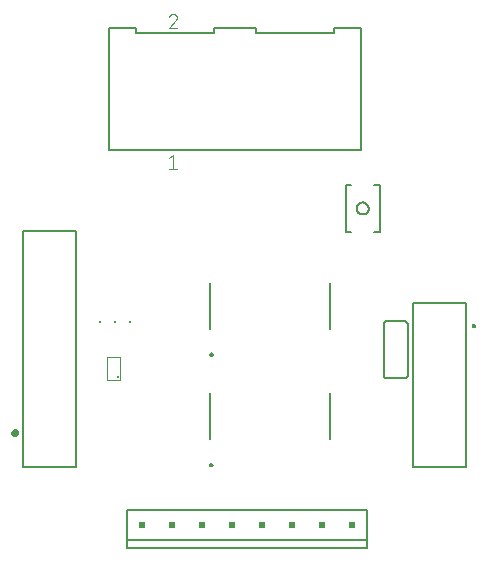
<source format=gto>
G04 EAGLE Gerber RS-274X export*
G75*
%MOMM*%
%FSLAX34Y34*%
%LPD*%
%INSilkscreen Top*%
%IPPOS*%
%AMOC8*
5,1,8,0,0,1.08239X$1,22.5*%
G01*
%ADD10C,0.200000*%
%ADD11C,0.127000*%
%ADD12C,0.300000*%
%ADD13C,0.101600*%
%ADD14C,0.152400*%
%ADD15R,0.508000X0.508000*%
%ADD16C,0.206000*%
%ADD17R,0.250000X0.250000*%


D10*
X169250Y70950D02*
X169252Y71013D01*
X169258Y71075D01*
X169268Y71137D01*
X169281Y71199D01*
X169299Y71259D01*
X169320Y71318D01*
X169345Y71376D01*
X169374Y71432D01*
X169406Y71486D01*
X169441Y71538D01*
X169479Y71587D01*
X169521Y71635D01*
X169565Y71679D01*
X169613Y71721D01*
X169662Y71759D01*
X169714Y71794D01*
X169768Y71826D01*
X169824Y71855D01*
X169882Y71880D01*
X169941Y71901D01*
X170001Y71919D01*
X170063Y71932D01*
X170125Y71942D01*
X170187Y71948D01*
X170250Y71950D01*
X170313Y71948D01*
X170375Y71942D01*
X170437Y71932D01*
X170499Y71919D01*
X170559Y71901D01*
X170618Y71880D01*
X170676Y71855D01*
X170732Y71826D01*
X170786Y71794D01*
X170838Y71759D01*
X170887Y71721D01*
X170935Y71679D01*
X170979Y71635D01*
X171021Y71587D01*
X171059Y71538D01*
X171094Y71486D01*
X171126Y71432D01*
X171155Y71376D01*
X171180Y71318D01*
X171201Y71259D01*
X171219Y71199D01*
X171232Y71137D01*
X171242Y71075D01*
X171248Y71013D01*
X171250Y70950D01*
X171248Y70887D01*
X171242Y70825D01*
X171232Y70763D01*
X171219Y70701D01*
X171201Y70641D01*
X171180Y70582D01*
X171155Y70524D01*
X171126Y70468D01*
X171094Y70414D01*
X171059Y70362D01*
X171021Y70313D01*
X170979Y70265D01*
X170935Y70221D01*
X170887Y70179D01*
X170838Y70141D01*
X170786Y70106D01*
X170732Y70074D01*
X170676Y70045D01*
X170618Y70020D01*
X170559Y69999D01*
X170499Y69981D01*
X170437Y69968D01*
X170375Y69958D01*
X170313Y69952D01*
X170250Y69950D01*
X170187Y69952D01*
X170125Y69958D01*
X170063Y69968D01*
X170001Y69981D01*
X169941Y69999D01*
X169882Y70020D01*
X169824Y70045D01*
X169768Y70074D01*
X169714Y70106D01*
X169662Y70141D01*
X169613Y70179D01*
X169565Y70221D01*
X169521Y70265D01*
X169479Y70313D01*
X169441Y70362D01*
X169406Y70414D01*
X169374Y70468D01*
X169345Y70524D01*
X169320Y70582D01*
X169299Y70641D01*
X169281Y70701D01*
X169268Y70763D01*
X169258Y70825D01*
X169252Y70887D01*
X169250Y70950D01*
D11*
X169050Y92900D02*
X169050Y131900D01*
X270350Y131900D02*
X270350Y92900D01*
D10*
X169190Y164492D02*
X169192Y164555D01*
X169198Y164617D01*
X169208Y164679D01*
X169221Y164741D01*
X169239Y164801D01*
X169260Y164860D01*
X169285Y164918D01*
X169314Y164974D01*
X169346Y165028D01*
X169381Y165080D01*
X169419Y165129D01*
X169461Y165177D01*
X169505Y165221D01*
X169553Y165263D01*
X169602Y165301D01*
X169654Y165336D01*
X169708Y165368D01*
X169764Y165397D01*
X169822Y165422D01*
X169881Y165443D01*
X169941Y165461D01*
X170003Y165474D01*
X170065Y165484D01*
X170127Y165490D01*
X170190Y165492D01*
X170253Y165490D01*
X170315Y165484D01*
X170377Y165474D01*
X170439Y165461D01*
X170499Y165443D01*
X170558Y165422D01*
X170616Y165397D01*
X170672Y165368D01*
X170726Y165336D01*
X170778Y165301D01*
X170827Y165263D01*
X170875Y165221D01*
X170919Y165177D01*
X170961Y165129D01*
X170999Y165080D01*
X171034Y165028D01*
X171066Y164974D01*
X171095Y164918D01*
X171120Y164860D01*
X171141Y164801D01*
X171159Y164741D01*
X171172Y164679D01*
X171182Y164617D01*
X171188Y164555D01*
X171190Y164492D01*
X171188Y164429D01*
X171182Y164367D01*
X171172Y164305D01*
X171159Y164243D01*
X171141Y164183D01*
X171120Y164124D01*
X171095Y164066D01*
X171066Y164010D01*
X171034Y163956D01*
X170999Y163904D01*
X170961Y163855D01*
X170919Y163807D01*
X170875Y163763D01*
X170827Y163721D01*
X170778Y163683D01*
X170726Y163648D01*
X170672Y163616D01*
X170616Y163587D01*
X170558Y163562D01*
X170499Y163541D01*
X170439Y163523D01*
X170377Y163510D01*
X170315Y163500D01*
X170253Y163494D01*
X170190Y163492D01*
X170127Y163494D01*
X170065Y163500D01*
X170003Y163510D01*
X169941Y163523D01*
X169881Y163541D01*
X169822Y163562D01*
X169764Y163587D01*
X169708Y163616D01*
X169654Y163648D01*
X169602Y163683D01*
X169553Y163721D01*
X169505Y163763D01*
X169461Y163807D01*
X169419Y163855D01*
X169381Y163904D01*
X169346Y163956D01*
X169314Y164010D01*
X169285Y164066D01*
X169260Y164124D01*
X169239Y164183D01*
X169221Y164243D01*
X169208Y164305D01*
X169198Y164367D01*
X169192Y164429D01*
X169190Y164492D01*
D11*
X168990Y186442D02*
X168990Y225442D01*
X270290Y225442D02*
X270290Y186442D01*
X340500Y208500D02*
X340500Y69500D01*
X385500Y69500D01*
X385500Y208500D02*
X340500Y208500D01*
X385500Y208500D02*
X385500Y69500D01*
D10*
X391500Y189000D02*
X391502Y189063D01*
X391508Y189125D01*
X391518Y189187D01*
X391531Y189249D01*
X391549Y189309D01*
X391570Y189368D01*
X391595Y189426D01*
X391624Y189482D01*
X391656Y189536D01*
X391691Y189588D01*
X391729Y189637D01*
X391771Y189685D01*
X391815Y189729D01*
X391863Y189771D01*
X391912Y189809D01*
X391964Y189844D01*
X392018Y189876D01*
X392074Y189905D01*
X392132Y189930D01*
X392191Y189951D01*
X392251Y189969D01*
X392313Y189982D01*
X392375Y189992D01*
X392437Y189998D01*
X392500Y190000D01*
X392563Y189998D01*
X392625Y189992D01*
X392687Y189982D01*
X392749Y189969D01*
X392809Y189951D01*
X392868Y189930D01*
X392926Y189905D01*
X392982Y189876D01*
X393036Y189844D01*
X393088Y189809D01*
X393137Y189771D01*
X393185Y189729D01*
X393229Y189685D01*
X393271Y189637D01*
X393309Y189588D01*
X393344Y189536D01*
X393376Y189482D01*
X393405Y189426D01*
X393430Y189368D01*
X393451Y189309D01*
X393469Y189249D01*
X393482Y189187D01*
X393492Y189125D01*
X393498Y189063D01*
X393500Y189000D01*
X393498Y188937D01*
X393492Y188875D01*
X393482Y188813D01*
X393469Y188751D01*
X393451Y188691D01*
X393430Y188632D01*
X393405Y188574D01*
X393376Y188518D01*
X393344Y188464D01*
X393309Y188412D01*
X393271Y188363D01*
X393229Y188315D01*
X393185Y188271D01*
X393137Y188229D01*
X393088Y188191D01*
X393036Y188156D01*
X392982Y188124D01*
X392926Y188095D01*
X392868Y188070D01*
X392809Y188049D01*
X392749Y188031D01*
X392687Y188018D01*
X392625Y188008D01*
X392563Y188002D01*
X392500Y188000D01*
X392437Y188002D01*
X392375Y188008D01*
X392313Y188018D01*
X392251Y188031D01*
X392191Y188049D01*
X392132Y188070D01*
X392074Y188095D01*
X392018Y188124D01*
X391964Y188156D01*
X391912Y188191D01*
X391863Y188229D01*
X391815Y188271D01*
X391771Y188315D01*
X391729Y188363D01*
X391691Y188412D01*
X391656Y188464D01*
X391624Y188518D01*
X391595Y188574D01*
X391570Y188632D01*
X391549Y188691D01*
X391531Y188751D01*
X391518Y188813D01*
X391508Y188875D01*
X391502Y188937D01*
X391500Y189000D01*
D11*
X56000Y268750D02*
X56000Y69250D01*
X56000Y268750D02*
X11000Y268750D01*
X11000Y69250D02*
X56000Y69250D01*
X11000Y69250D02*
X11000Y268750D01*
D12*
X2586Y98000D02*
X2588Y98075D01*
X2594Y98149D01*
X2604Y98223D01*
X2617Y98296D01*
X2635Y98369D01*
X2656Y98440D01*
X2681Y98511D01*
X2710Y98580D01*
X2743Y98647D01*
X2779Y98712D01*
X2818Y98776D01*
X2860Y98837D01*
X2906Y98896D01*
X2955Y98953D01*
X3007Y99006D01*
X3061Y99057D01*
X3118Y99106D01*
X3178Y99150D01*
X3240Y99192D01*
X3304Y99231D01*
X3370Y99266D01*
X3437Y99297D01*
X3507Y99325D01*
X3577Y99349D01*
X3649Y99370D01*
X3722Y99386D01*
X3795Y99399D01*
X3870Y99408D01*
X3944Y99413D01*
X4019Y99414D01*
X4093Y99411D01*
X4168Y99404D01*
X4241Y99393D01*
X4315Y99379D01*
X4387Y99360D01*
X4458Y99338D01*
X4528Y99312D01*
X4597Y99282D01*
X4663Y99249D01*
X4728Y99212D01*
X4791Y99172D01*
X4852Y99128D01*
X4910Y99082D01*
X4966Y99032D01*
X5019Y98980D01*
X5070Y98925D01*
X5117Y98867D01*
X5161Y98807D01*
X5202Y98744D01*
X5240Y98680D01*
X5274Y98614D01*
X5305Y98545D01*
X5332Y98476D01*
X5355Y98405D01*
X5374Y98333D01*
X5390Y98260D01*
X5402Y98186D01*
X5410Y98112D01*
X5414Y98037D01*
X5414Y97963D01*
X5410Y97888D01*
X5402Y97814D01*
X5390Y97740D01*
X5374Y97667D01*
X5355Y97595D01*
X5332Y97524D01*
X5305Y97455D01*
X5274Y97386D01*
X5240Y97320D01*
X5202Y97256D01*
X5161Y97193D01*
X5117Y97133D01*
X5070Y97075D01*
X5019Y97020D01*
X4966Y96968D01*
X4910Y96918D01*
X4852Y96872D01*
X4791Y96828D01*
X4728Y96788D01*
X4663Y96751D01*
X4597Y96718D01*
X4528Y96688D01*
X4458Y96662D01*
X4387Y96640D01*
X4315Y96621D01*
X4241Y96607D01*
X4168Y96596D01*
X4093Y96589D01*
X4019Y96586D01*
X3944Y96587D01*
X3870Y96592D01*
X3795Y96601D01*
X3722Y96614D01*
X3649Y96630D01*
X3577Y96651D01*
X3507Y96675D01*
X3437Y96703D01*
X3370Y96734D01*
X3304Y96769D01*
X3240Y96808D01*
X3178Y96850D01*
X3118Y96894D01*
X3061Y96943D01*
X3007Y96994D01*
X2955Y97047D01*
X2906Y97104D01*
X2860Y97163D01*
X2818Y97224D01*
X2779Y97288D01*
X2743Y97353D01*
X2710Y97420D01*
X2681Y97489D01*
X2656Y97560D01*
X2635Y97631D01*
X2617Y97704D01*
X2604Y97777D01*
X2594Y97851D01*
X2588Y97925D01*
X2586Y98000D01*
D11*
X83320Y440640D02*
X106180Y440640D01*
X106180Y436830D01*
X172220Y436830D01*
X172220Y440640D01*
X207780Y440640D01*
X207780Y436830D01*
X273820Y436830D01*
X273820Y440640D01*
X296680Y440640D01*
X296680Y337770D01*
X83320Y337770D01*
X83320Y440640D01*
D13*
X137788Y333365D02*
X134537Y330764D01*
X137788Y333365D02*
X137788Y321660D01*
X134537Y321660D02*
X141039Y321660D01*
X141051Y449998D02*
X141049Y450105D01*
X141043Y450212D01*
X141033Y450318D01*
X141020Y450424D01*
X141002Y450529D01*
X140981Y450634D01*
X140956Y450738D01*
X140927Y450841D01*
X140894Y450942D01*
X140858Y451043D01*
X140818Y451142D01*
X140774Y451240D01*
X140727Y451335D01*
X140677Y451430D01*
X140623Y451522D01*
X140565Y451612D01*
X140505Y451700D01*
X140441Y451786D01*
X140374Y451869D01*
X140304Y451950D01*
X140232Y452028D01*
X140156Y452104D01*
X140078Y452176D01*
X139997Y452246D01*
X139914Y452313D01*
X139828Y452377D01*
X139740Y452437D01*
X139650Y452495D01*
X139558Y452549D01*
X139463Y452599D01*
X139368Y452646D01*
X139270Y452690D01*
X139171Y452730D01*
X139070Y452766D01*
X138969Y452799D01*
X138866Y452828D01*
X138762Y452853D01*
X138657Y452874D01*
X138552Y452892D01*
X138446Y452905D01*
X138340Y452915D01*
X138233Y452921D01*
X138126Y452923D01*
X138005Y452921D01*
X137884Y452915D01*
X137763Y452905D01*
X137643Y452892D01*
X137523Y452874D01*
X137403Y452853D01*
X137285Y452828D01*
X137167Y452799D01*
X137051Y452766D01*
X136935Y452729D01*
X136821Y452689D01*
X136708Y452645D01*
X136596Y452598D01*
X136487Y452547D01*
X136378Y452492D01*
X136272Y452434D01*
X136168Y452372D01*
X136065Y452308D01*
X135965Y452239D01*
X135867Y452168D01*
X135771Y452094D01*
X135678Y452016D01*
X135587Y451936D01*
X135499Y451853D01*
X135414Y451767D01*
X135332Y451678D01*
X135252Y451586D01*
X135176Y451492D01*
X135102Y451396D01*
X135032Y451297D01*
X134965Y451197D01*
X134901Y451094D01*
X134840Y450989D01*
X134783Y450882D01*
X134729Y450773D01*
X134679Y450663D01*
X134633Y450551D01*
X134590Y450438D01*
X134551Y450323D01*
X140076Y447723D02*
X140155Y447800D01*
X140231Y447881D01*
X140304Y447964D01*
X140374Y448049D01*
X140441Y448137D01*
X140505Y448228D01*
X140566Y448320D01*
X140623Y448415D01*
X140677Y448511D01*
X140728Y448610D01*
X140775Y448710D01*
X140818Y448811D01*
X140858Y448914D01*
X140895Y449019D01*
X140927Y449125D01*
X140956Y449231D01*
X140981Y449339D01*
X141002Y449448D01*
X141020Y449557D01*
X141033Y449667D01*
X141043Y449777D01*
X141049Y449887D01*
X141051Y449998D01*
X140076Y447723D02*
X134551Y441222D01*
X141051Y441222D01*
D14*
X301600Y32700D02*
X301600Y7300D01*
X98400Y7300D01*
X98400Y32700D01*
X301600Y32700D01*
X301600Y7300D02*
X301600Y950D01*
X98400Y950D01*
X98400Y7300D01*
D15*
X212700Y20000D03*
X238100Y20000D03*
X263500Y20000D03*
X187300Y20000D03*
X161900Y20000D03*
X136500Y20000D03*
X111100Y20000D03*
X288900Y20000D03*
D13*
X93092Y143100D02*
X81592Y143100D01*
X81592Y162100D01*
X93092Y162100D01*
X93092Y143100D01*
D16*
X91092Y145100D03*
D11*
X283781Y268284D02*
X283781Y308284D01*
X312818Y308244D02*
X312818Y268244D01*
X288618Y268254D02*
X283781Y268284D01*
X288618Y268254D02*
X288618Y268198D01*
X308101Y268254D02*
X312818Y268244D01*
X308101Y268254D02*
X308101Y268258D01*
X308087Y308254D02*
X312818Y308244D01*
X308087Y308254D02*
X308087Y308272D01*
X288671Y308254D02*
X283781Y308284D01*
X288671Y308254D02*
X288671Y308230D01*
X293286Y288254D02*
X293288Y288397D01*
X293294Y288539D01*
X293304Y288681D01*
X293318Y288823D01*
X293336Y288964D01*
X293358Y289105D01*
X293384Y289245D01*
X293413Y289385D01*
X293447Y289523D01*
X293485Y289661D01*
X293526Y289797D01*
X293571Y289932D01*
X293620Y290066D01*
X293673Y290199D01*
X293729Y290330D01*
X293789Y290459D01*
X293853Y290587D01*
X293920Y290712D01*
X293991Y290836D01*
X294065Y290958D01*
X294142Y291077D01*
X294223Y291195D01*
X294307Y291310D01*
X294395Y291423D01*
X294485Y291533D01*
X294579Y291640D01*
X294675Y291745D01*
X294774Y291848D01*
X294877Y291947D01*
X294982Y292043D01*
X295089Y292137D01*
X295199Y292227D01*
X295312Y292315D01*
X295427Y292399D01*
X295545Y292480D01*
X295664Y292557D01*
X295786Y292631D01*
X295910Y292702D01*
X296035Y292769D01*
X296163Y292833D01*
X296292Y292893D01*
X296423Y292949D01*
X296556Y293002D01*
X296690Y293051D01*
X296825Y293096D01*
X296961Y293137D01*
X297099Y293175D01*
X297237Y293209D01*
X297377Y293238D01*
X297517Y293264D01*
X297658Y293286D01*
X297799Y293304D01*
X297941Y293318D01*
X298083Y293328D01*
X298225Y293334D01*
X298368Y293336D01*
X298511Y293334D01*
X298653Y293328D01*
X298795Y293318D01*
X298937Y293304D01*
X299078Y293286D01*
X299219Y293264D01*
X299359Y293238D01*
X299499Y293209D01*
X299637Y293175D01*
X299775Y293137D01*
X299911Y293096D01*
X300046Y293051D01*
X300180Y293002D01*
X300313Y292949D01*
X300444Y292893D01*
X300573Y292833D01*
X300701Y292769D01*
X300826Y292702D01*
X300950Y292631D01*
X301072Y292557D01*
X301191Y292480D01*
X301309Y292399D01*
X301424Y292315D01*
X301537Y292227D01*
X301647Y292137D01*
X301754Y292043D01*
X301859Y291947D01*
X301962Y291848D01*
X302061Y291745D01*
X302157Y291640D01*
X302251Y291533D01*
X302341Y291423D01*
X302429Y291310D01*
X302513Y291195D01*
X302594Y291077D01*
X302671Y290958D01*
X302745Y290836D01*
X302816Y290712D01*
X302883Y290587D01*
X302947Y290459D01*
X303007Y290330D01*
X303063Y290199D01*
X303116Y290066D01*
X303165Y289932D01*
X303210Y289797D01*
X303251Y289661D01*
X303289Y289523D01*
X303323Y289385D01*
X303352Y289245D01*
X303378Y289105D01*
X303400Y288964D01*
X303418Y288823D01*
X303432Y288681D01*
X303442Y288539D01*
X303448Y288397D01*
X303450Y288254D01*
X303448Y288111D01*
X303442Y287969D01*
X303432Y287827D01*
X303418Y287685D01*
X303400Y287544D01*
X303378Y287403D01*
X303352Y287263D01*
X303323Y287123D01*
X303289Y286985D01*
X303251Y286847D01*
X303210Y286711D01*
X303165Y286576D01*
X303116Y286442D01*
X303063Y286309D01*
X303007Y286178D01*
X302947Y286049D01*
X302883Y285921D01*
X302816Y285796D01*
X302745Y285672D01*
X302671Y285550D01*
X302594Y285431D01*
X302513Y285313D01*
X302429Y285198D01*
X302341Y285085D01*
X302251Y284975D01*
X302157Y284868D01*
X302061Y284763D01*
X301962Y284660D01*
X301859Y284561D01*
X301754Y284465D01*
X301647Y284371D01*
X301537Y284281D01*
X301424Y284193D01*
X301309Y284109D01*
X301191Y284028D01*
X301072Y283951D01*
X300950Y283877D01*
X300826Y283806D01*
X300701Y283739D01*
X300573Y283675D01*
X300444Y283615D01*
X300313Y283559D01*
X300180Y283506D01*
X300046Y283457D01*
X299911Y283412D01*
X299775Y283371D01*
X299637Y283333D01*
X299499Y283299D01*
X299359Y283270D01*
X299219Y283244D01*
X299078Y283222D01*
X298937Y283204D01*
X298795Y283190D01*
X298653Y283180D01*
X298511Y283174D01*
X298368Y283172D01*
X298225Y283174D01*
X298083Y283180D01*
X297941Y283190D01*
X297799Y283204D01*
X297658Y283222D01*
X297517Y283244D01*
X297377Y283270D01*
X297237Y283299D01*
X297099Y283333D01*
X296961Y283371D01*
X296825Y283412D01*
X296690Y283457D01*
X296556Y283506D01*
X296423Y283559D01*
X296292Y283615D01*
X296163Y283675D01*
X296035Y283739D01*
X295910Y283806D01*
X295786Y283877D01*
X295664Y283951D01*
X295545Y284028D01*
X295427Y284109D01*
X295312Y284193D01*
X295199Y284281D01*
X295089Y284371D01*
X294982Y284465D01*
X294877Y284561D01*
X294774Y284660D01*
X294675Y284763D01*
X294579Y284868D01*
X294485Y284975D01*
X294395Y285085D01*
X294307Y285198D01*
X294223Y285313D01*
X294142Y285431D01*
X294065Y285550D01*
X293991Y285672D01*
X293920Y285796D01*
X293853Y285921D01*
X293789Y286049D01*
X293729Y286178D01*
X293673Y286309D01*
X293620Y286442D01*
X293571Y286576D01*
X293526Y286711D01*
X293485Y286847D01*
X293447Y286985D01*
X293413Y287123D01*
X293384Y287263D01*
X293358Y287403D01*
X293336Y287544D01*
X293318Y287685D01*
X293304Y287827D01*
X293294Y287969D01*
X293288Y288111D01*
X293286Y288254D01*
D17*
X101600Y191750D03*
X88900Y191750D03*
X76200Y191750D03*
D14*
X336384Y190381D02*
X336384Y147201D01*
X316064Y190381D02*
X316066Y190481D01*
X316072Y190580D01*
X316082Y190680D01*
X316095Y190778D01*
X316113Y190877D01*
X316134Y190974D01*
X316159Y191070D01*
X316188Y191166D01*
X316221Y191260D01*
X316257Y191353D01*
X316297Y191444D01*
X316341Y191534D01*
X316388Y191622D01*
X316438Y191708D01*
X316492Y191792D01*
X316549Y191874D01*
X316609Y191953D01*
X316673Y192031D01*
X316739Y192105D01*
X316808Y192177D01*
X316880Y192246D01*
X316954Y192312D01*
X317032Y192376D01*
X317111Y192436D01*
X317193Y192493D01*
X317277Y192547D01*
X317363Y192597D01*
X317451Y192644D01*
X317541Y192688D01*
X317632Y192728D01*
X317725Y192764D01*
X317819Y192797D01*
X317915Y192826D01*
X318011Y192851D01*
X318108Y192872D01*
X318207Y192890D01*
X318305Y192903D01*
X318405Y192913D01*
X318504Y192919D01*
X318604Y192921D01*
X316064Y147201D02*
X316066Y147101D01*
X316072Y147002D01*
X316082Y146902D01*
X316095Y146804D01*
X316113Y146705D01*
X316134Y146608D01*
X316159Y146512D01*
X316188Y146416D01*
X316221Y146322D01*
X316257Y146229D01*
X316297Y146138D01*
X316341Y146048D01*
X316388Y145960D01*
X316438Y145874D01*
X316492Y145790D01*
X316549Y145708D01*
X316609Y145629D01*
X316673Y145551D01*
X316739Y145477D01*
X316808Y145405D01*
X316880Y145336D01*
X316954Y145270D01*
X317032Y145206D01*
X317111Y145146D01*
X317193Y145089D01*
X317277Y145035D01*
X317363Y144985D01*
X317451Y144938D01*
X317541Y144894D01*
X317632Y144854D01*
X317725Y144818D01*
X317819Y144785D01*
X317915Y144756D01*
X318011Y144731D01*
X318108Y144710D01*
X318207Y144692D01*
X318305Y144679D01*
X318405Y144669D01*
X318504Y144663D01*
X318604Y144661D01*
X333844Y144661D02*
X333944Y144663D01*
X334043Y144669D01*
X334143Y144679D01*
X334241Y144692D01*
X334340Y144710D01*
X334437Y144731D01*
X334533Y144756D01*
X334629Y144785D01*
X334723Y144818D01*
X334816Y144854D01*
X334907Y144894D01*
X334997Y144938D01*
X335085Y144985D01*
X335171Y145035D01*
X335255Y145089D01*
X335337Y145146D01*
X335416Y145206D01*
X335494Y145270D01*
X335568Y145336D01*
X335640Y145405D01*
X335709Y145477D01*
X335775Y145551D01*
X335839Y145629D01*
X335899Y145708D01*
X335956Y145790D01*
X336010Y145874D01*
X336060Y145960D01*
X336107Y146048D01*
X336151Y146138D01*
X336191Y146229D01*
X336227Y146322D01*
X336260Y146416D01*
X336289Y146512D01*
X336314Y146608D01*
X336335Y146705D01*
X336353Y146804D01*
X336366Y146902D01*
X336376Y147002D01*
X336382Y147101D01*
X336384Y147201D01*
X336384Y190381D02*
X336382Y190481D01*
X336376Y190580D01*
X336366Y190680D01*
X336353Y190778D01*
X336335Y190877D01*
X336314Y190974D01*
X336289Y191070D01*
X336260Y191166D01*
X336227Y191260D01*
X336191Y191353D01*
X336151Y191444D01*
X336107Y191534D01*
X336060Y191622D01*
X336010Y191708D01*
X335956Y191792D01*
X335899Y191874D01*
X335839Y191953D01*
X335775Y192031D01*
X335709Y192105D01*
X335640Y192177D01*
X335568Y192246D01*
X335494Y192312D01*
X335416Y192376D01*
X335337Y192436D01*
X335255Y192493D01*
X335171Y192547D01*
X335085Y192597D01*
X334997Y192644D01*
X334907Y192688D01*
X334816Y192728D01*
X334723Y192764D01*
X334629Y192797D01*
X334533Y192826D01*
X334437Y192851D01*
X334340Y192872D01*
X334241Y192890D01*
X334143Y192903D01*
X334043Y192913D01*
X333944Y192919D01*
X333844Y192921D01*
X318604Y192921D01*
X318604Y144661D02*
X333844Y144661D01*
X316064Y147201D02*
X316064Y190381D01*
M02*

</source>
